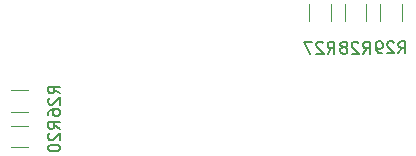
<source format=gbr>
%TF.GenerationSoftware,KiCad,Pcbnew,8.0.5*%
%TF.CreationDate,2024-12-16T08:47:40+01:00*%
%TF.ProjectId,PowerBoard,506f7765-7242-46f6-9172-642e6b696361,rev?*%
%TF.SameCoordinates,Original*%
%TF.FileFunction,Legend,Bot*%
%TF.FilePolarity,Positive*%
%FSLAX46Y46*%
G04 Gerber Fmt 4.6, Leading zero omitted, Abs format (unit mm)*
G04 Created by KiCad (PCBNEW 8.0.5) date 2024-12-16 08:47:40*
%MOMM*%
%LPD*%
G01*
G04 APERTURE LIST*
%ADD10C,0.150000*%
%ADD11C,0.120000*%
G04 APERTURE END LIST*
D10*
X173642857Y-91954819D02*
X173976190Y-91478628D01*
X174214285Y-91954819D02*
X174214285Y-90954819D01*
X174214285Y-90954819D02*
X173833333Y-90954819D01*
X173833333Y-90954819D02*
X173738095Y-91002438D01*
X173738095Y-91002438D02*
X173690476Y-91050057D01*
X173690476Y-91050057D02*
X173642857Y-91145295D01*
X173642857Y-91145295D02*
X173642857Y-91288152D01*
X173642857Y-91288152D02*
X173690476Y-91383390D01*
X173690476Y-91383390D02*
X173738095Y-91431009D01*
X173738095Y-91431009D02*
X173833333Y-91478628D01*
X173833333Y-91478628D02*
X174214285Y-91478628D01*
X173261904Y-91050057D02*
X173214285Y-91002438D01*
X173214285Y-91002438D02*
X173119047Y-90954819D01*
X173119047Y-90954819D02*
X172880952Y-90954819D01*
X172880952Y-90954819D02*
X172785714Y-91002438D01*
X172785714Y-91002438D02*
X172738095Y-91050057D01*
X172738095Y-91050057D02*
X172690476Y-91145295D01*
X172690476Y-91145295D02*
X172690476Y-91240533D01*
X172690476Y-91240533D02*
X172738095Y-91383390D01*
X172738095Y-91383390D02*
X173309523Y-91954819D01*
X173309523Y-91954819D02*
X172690476Y-91954819D01*
X172214285Y-91954819D02*
X172023809Y-91954819D01*
X172023809Y-91954819D02*
X171928571Y-91907200D01*
X171928571Y-91907200D02*
X171880952Y-91859580D01*
X171880952Y-91859580D02*
X171785714Y-91716723D01*
X171785714Y-91716723D02*
X171738095Y-91526247D01*
X171738095Y-91526247D02*
X171738095Y-91145295D01*
X171738095Y-91145295D02*
X171785714Y-91050057D01*
X171785714Y-91050057D02*
X171833333Y-91002438D01*
X171833333Y-91002438D02*
X171928571Y-90954819D01*
X171928571Y-90954819D02*
X172119047Y-90954819D01*
X172119047Y-90954819D02*
X172214285Y-91002438D01*
X172214285Y-91002438D02*
X172261904Y-91050057D01*
X172261904Y-91050057D02*
X172309523Y-91145295D01*
X172309523Y-91145295D02*
X172309523Y-91383390D01*
X172309523Y-91383390D02*
X172261904Y-91478628D01*
X172261904Y-91478628D02*
X172214285Y-91526247D01*
X172214285Y-91526247D02*
X172119047Y-91573866D01*
X172119047Y-91573866D02*
X171928571Y-91573866D01*
X171928571Y-91573866D02*
X171833333Y-91526247D01*
X171833333Y-91526247D02*
X171785714Y-91478628D01*
X171785714Y-91478628D02*
X171738095Y-91383390D01*
X167642857Y-91992319D02*
X167976190Y-91516128D01*
X168214285Y-91992319D02*
X168214285Y-90992319D01*
X168214285Y-90992319D02*
X167833333Y-90992319D01*
X167833333Y-90992319D02*
X167738095Y-91039938D01*
X167738095Y-91039938D02*
X167690476Y-91087557D01*
X167690476Y-91087557D02*
X167642857Y-91182795D01*
X167642857Y-91182795D02*
X167642857Y-91325652D01*
X167642857Y-91325652D02*
X167690476Y-91420890D01*
X167690476Y-91420890D02*
X167738095Y-91468509D01*
X167738095Y-91468509D02*
X167833333Y-91516128D01*
X167833333Y-91516128D02*
X168214285Y-91516128D01*
X167261904Y-91087557D02*
X167214285Y-91039938D01*
X167214285Y-91039938D02*
X167119047Y-90992319D01*
X167119047Y-90992319D02*
X166880952Y-90992319D01*
X166880952Y-90992319D02*
X166785714Y-91039938D01*
X166785714Y-91039938D02*
X166738095Y-91087557D01*
X166738095Y-91087557D02*
X166690476Y-91182795D01*
X166690476Y-91182795D02*
X166690476Y-91278033D01*
X166690476Y-91278033D02*
X166738095Y-91420890D01*
X166738095Y-91420890D02*
X167309523Y-91992319D01*
X167309523Y-91992319D02*
X166690476Y-91992319D01*
X166357142Y-90992319D02*
X165690476Y-90992319D01*
X165690476Y-90992319D02*
X166119047Y-91992319D01*
X170642857Y-91992319D02*
X170976190Y-91516128D01*
X171214285Y-91992319D02*
X171214285Y-90992319D01*
X171214285Y-90992319D02*
X170833333Y-90992319D01*
X170833333Y-90992319D02*
X170738095Y-91039938D01*
X170738095Y-91039938D02*
X170690476Y-91087557D01*
X170690476Y-91087557D02*
X170642857Y-91182795D01*
X170642857Y-91182795D02*
X170642857Y-91325652D01*
X170642857Y-91325652D02*
X170690476Y-91420890D01*
X170690476Y-91420890D02*
X170738095Y-91468509D01*
X170738095Y-91468509D02*
X170833333Y-91516128D01*
X170833333Y-91516128D02*
X171214285Y-91516128D01*
X170261904Y-91087557D02*
X170214285Y-91039938D01*
X170214285Y-91039938D02*
X170119047Y-90992319D01*
X170119047Y-90992319D02*
X169880952Y-90992319D01*
X169880952Y-90992319D02*
X169785714Y-91039938D01*
X169785714Y-91039938D02*
X169738095Y-91087557D01*
X169738095Y-91087557D02*
X169690476Y-91182795D01*
X169690476Y-91182795D02*
X169690476Y-91278033D01*
X169690476Y-91278033D02*
X169738095Y-91420890D01*
X169738095Y-91420890D02*
X170309523Y-91992319D01*
X170309523Y-91992319D02*
X169690476Y-91992319D01*
X169119047Y-91420890D02*
X169214285Y-91373271D01*
X169214285Y-91373271D02*
X169261904Y-91325652D01*
X169261904Y-91325652D02*
X169309523Y-91230414D01*
X169309523Y-91230414D02*
X169309523Y-91182795D01*
X169309523Y-91182795D02*
X169261904Y-91087557D01*
X169261904Y-91087557D02*
X169214285Y-91039938D01*
X169214285Y-91039938D02*
X169119047Y-90992319D01*
X169119047Y-90992319D02*
X168928571Y-90992319D01*
X168928571Y-90992319D02*
X168833333Y-91039938D01*
X168833333Y-91039938D02*
X168785714Y-91087557D01*
X168785714Y-91087557D02*
X168738095Y-91182795D01*
X168738095Y-91182795D02*
X168738095Y-91230414D01*
X168738095Y-91230414D02*
X168785714Y-91325652D01*
X168785714Y-91325652D02*
X168833333Y-91373271D01*
X168833333Y-91373271D02*
X168928571Y-91420890D01*
X168928571Y-91420890D02*
X169119047Y-91420890D01*
X169119047Y-91420890D02*
X169214285Y-91468509D01*
X169214285Y-91468509D02*
X169261904Y-91516128D01*
X169261904Y-91516128D02*
X169309523Y-91611366D01*
X169309523Y-91611366D02*
X169309523Y-91801842D01*
X169309523Y-91801842D02*
X169261904Y-91897080D01*
X169261904Y-91897080D02*
X169214285Y-91944700D01*
X169214285Y-91944700D02*
X169119047Y-91992319D01*
X169119047Y-91992319D02*
X168928571Y-91992319D01*
X168928571Y-91992319D02*
X168833333Y-91944700D01*
X168833333Y-91944700D02*
X168785714Y-91897080D01*
X168785714Y-91897080D02*
X168738095Y-91801842D01*
X168738095Y-91801842D02*
X168738095Y-91611366D01*
X168738095Y-91611366D02*
X168785714Y-91516128D01*
X168785714Y-91516128D02*
X168833333Y-91468509D01*
X168833333Y-91468509D02*
X168928571Y-91420890D01*
X144992319Y-98357142D02*
X144516128Y-98023809D01*
X144992319Y-97785714D02*
X143992319Y-97785714D01*
X143992319Y-97785714D02*
X143992319Y-98166666D01*
X143992319Y-98166666D02*
X144039938Y-98261904D01*
X144039938Y-98261904D02*
X144087557Y-98309523D01*
X144087557Y-98309523D02*
X144182795Y-98357142D01*
X144182795Y-98357142D02*
X144325652Y-98357142D01*
X144325652Y-98357142D02*
X144420890Y-98309523D01*
X144420890Y-98309523D02*
X144468509Y-98261904D01*
X144468509Y-98261904D02*
X144516128Y-98166666D01*
X144516128Y-98166666D02*
X144516128Y-97785714D01*
X144087557Y-98738095D02*
X144039938Y-98785714D01*
X144039938Y-98785714D02*
X143992319Y-98880952D01*
X143992319Y-98880952D02*
X143992319Y-99119047D01*
X143992319Y-99119047D02*
X144039938Y-99214285D01*
X144039938Y-99214285D02*
X144087557Y-99261904D01*
X144087557Y-99261904D02*
X144182795Y-99309523D01*
X144182795Y-99309523D02*
X144278033Y-99309523D01*
X144278033Y-99309523D02*
X144420890Y-99261904D01*
X144420890Y-99261904D02*
X144992319Y-98690476D01*
X144992319Y-98690476D02*
X144992319Y-99309523D01*
X143992319Y-99928571D02*
X143992319Y-100023809D01*
X143992319Y-100023809D02*
X144039938Y-100119047D01*
X144039938Y-100119047D02*
X144087557Y-100166666D01*
X144087557Y-100166666D02*
X144182795Y-100214285D01*
X144182795Y-100214285D02*
X144373271Y-100261904D01*
X144373271Y-100261904D02*
X144611366Y-100261904D01*
X144611366Y-100261904D02*
X144801842Y-100214285D01*
X144801842Y-100214285D02*
X144897080Y-100166666D01*
X144897080Y-100166666D02*
X144944700Y-100119047D01*
X144944700Y-100119047D02*
X144992319Y-100023809D01*
X144992319Y-100023809D02*
X144992319Y-99928571D01*
X144992319Y-99928571D02*
X144944700Y-99833333D01*
X144944700Y-99833333D02*
X144897080Y-99785714D01*
X144897080Y-99785714D02*
X144801842Y-99738095D01*
X144801842Y-99738095D02*
X144611366Y-99690476D01*
X144611366Y-99690476D02*
X144373271Y-99690476D01*
X144373271Y-99690476D02*
X144182795Y-99738095D01*
X144182795Y-99738095D02*
X144087557Y-99785714D01*
X144087557Y-99785714D02*
X144039938Y-99833333D01*
X144039938Y-99833333D02*
X143992319Y-99928571D01*
X144992319Y-95357142D02*
X144516128Y-95023809D01*
X144992319Y-94785714D02*
X143992319Y-94785714D01*
X143992319Y-94785714D02*
X143992319Y-95166666D01*
X143992319Y-95166666D02*
X144039938Y-95261904D01*
X144039938Y-95261904D02*
X144087557Y-95309523D01*
X144087557Y-95309523D02*
X144182795Y-95357142D01*
X144182795Y-95357142D02*
X144325652Y-95357142D01*
X144325652Y-95357142D02*
X144420890Y-95309523D01*
X144420890Y-95309523D02*
X144468509Y-95261904D01*
X144468509Y-95261904D02*
X144516128Y-95166666D01*
X144516128Y-95166666D02*
X144516128Y-94785714D01*
X144087557Y-95738095D02*
X144039938Y-95785714D01*
X144039938Y-95785714D02*
X143992319Y-95880952D01*
X143992319Y-95880952D02*
X143992319Y-96119047D01*
X143992319Y-96119047D02*
X144039938Y-96214285D01*
X144039938Y-96214285D02*
X144087557Y-96261904D01*
X144087557Y-96261904D02*
X144182795Y-96309523D01*
X144182795Y-96309523D02*
X144278033Y-96309523D01*
X144278033Y-96309523D02*
X144420890Y-96261904D01*
X144420890Y-96261904D02*
X144992319Y-95690476D01*
X144992319Y-95690476D02*
X144992319Y-96309523D01*
X143992319Y-97166666D02*
X143992319Y-96976190D01*
X143992319Y-96976190D02*
X144039938Y-96880952D01*
X144039938Y-96880952D02*
X144087557Y-96833333D01*
X144087557Y-96833333D02*
X144230414Y-96738095D01*
X144230414Y-96738095D02*
X144420890Y-96690476D01*
X144420890Y-96690476D02*
X144801842Y-96690476D01*
X144801842Y-96690476D02*
X144897080Y-96738095D01*
X144897080Y-96738095D02*
X144944700Y-96785714D01*
X144944700Y-96785714D02*
X144992319Y-96880952D01*
X144992319Y-96880952D02*
X144992319Y-97071428D01*
X144992319Y-97071428D02*
X144944700Y-97166666D01*
X144944700Y-97166666D02*
X144897080Y-97214285D01*
X144897080Y-97214285D02*
X144801842Y-97261904D01*
X144801842Y-97261904D02*
X144563747Y-97261904D01*
X144563747Y-97261904D02*
X144468509Y-97214285D01*
X144468509Y-97214285D02*
X144420890Y-97166666D01*
X144420890Y-97166666D02*
X144373271Y-97071428D01*
X144373271Y-97071428D02*
X144373271Y-96880952D01*
X144373271Y-96880952D02*
X144420890Y-96785714D01*
X144420890Y-96785714D02*
X144468509Y-96738095D01*
X144468509Y-96738095D02*
X144563747Y-96690476D01*
D11*
%TO.C,R29*%
X172090000Y-87772936D02*
X172090000Y-89227064D01*
X173910000Y-87772936D02*
X173910000Y-89227064D01*
%TO.C,R27*%
X166090000Y-87810436D02*
X166090000Y-89264564D01*
X167910000Y-87810436D02*
X167910000Y-89264564D01*
%TO.C,R28*%
X169090000Y-87810436D02*
X169090000Y-89264564D01*
X170910000Y-87810436D02*
X170910000Y-89264564D01*
%TO.C,R20*%
X140810436Y-98090000D02*
X142264564Y-98090000D01*
X140810436Y-99910000D02*
X142264564Y-99910000D01*
%TO.C,R26*%
X140810436Y-95090000D02*
X142264564Y-95090000D01*
X140810436Y-96910000D02*
X142264564Y-96910000D01*
%TD*%
M02*

</source>
